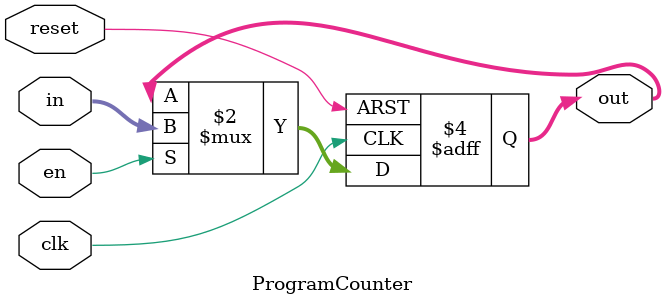
<source format=v>
`timescale 1ns / 1ps
module ProgramCounter(
    input clk, reset, en,
    input [31:0] in,
    output reg [31:0] out
);
    always @(posedge clk or posedge reset) begin
        if (reset) out <= 0;
        else if (en) out <= in;
    end
endmodule

</source>
